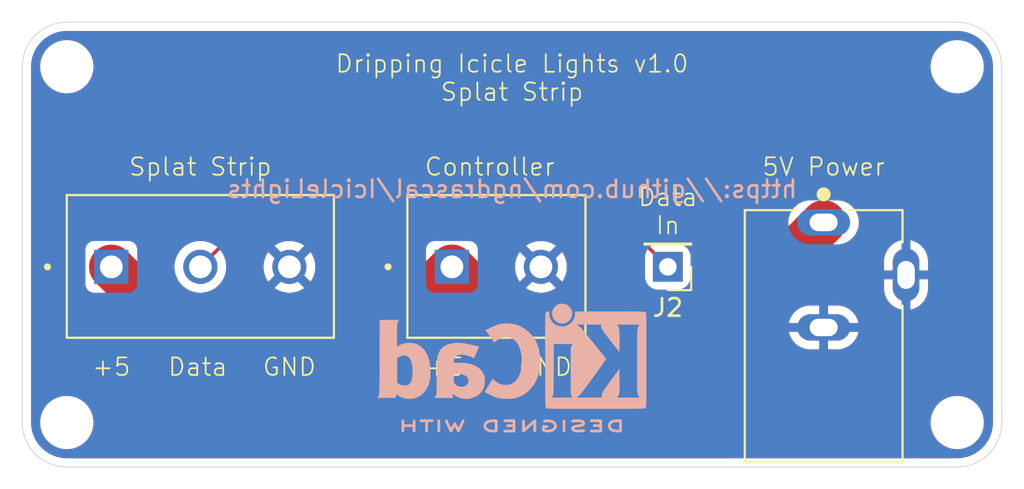
<source format=kicad_pcb>
(kicad_pcb (version 20240108) (generator "pcbnew") (generator_version "8.0")
  (layers (0 "F.Cu" signal) (31 "B.Cu" signal) (34 "B.Paste" user) (35 "F.Paste" user) (36 "B.SilkS" user "B.Silkscreen") (37 "F.SilkS" user "F.Silkscreen") (38 "B.Mask" user) (39 "F.Mask" user) (44 "Edge.Cuts" user))
  (net 0 "")
  (net 1 "/Data")
  (net 2 "+5V")
  (net 3 "GND")
  (footprint "" (layer "F.Cu") (at 127 111.76 90)
    (property "Reference" "" (at 0 0 90) (layer "F.SilkS") (effects (font (size 1.27 1.27))))
    (property "Value" "")
    (pad "" np_thru_hole circle (at 0 0 90) (size 2.5 2.5) (drill 2.54) (layers "F&B.Cu" "*.Mask"))
  )
  (footprint "MyTerminalBlock:CUI_PJ-102B" (layer "F.Cu") (at 170.18 106.83 -90)
    (property "Reference" "J1" (hide yes))
    (property "Value" "PJ-102B" (hide yes))
    (pad "1" thru_hole oval (at -6.5 0 270) (size 1.508 3.016) (drill oval 1 1.6) (layers "*.Cu" "*.Mask") (net 2 "+5V"))
    (pad "2" thru_hole oval (at -0.5 0 270) (size 1.508 3.016) (drill oval 1 1.6) (layers "*.Cu" "*.Mask") (net 3 "GND"))
    (pad "3" thru_hole oval (at -3.5 -4.7 270) (size 3.016 1.508) (drill oval 1.6 1) (layers "*.Cu" "*.Mask") (net 3 "GND"))
  )
  (footprint "MyTerminalBlock:PHOENIX - TERM BLK 3P SIDE ENT 5.08MM PCB" (layer "F.Cu") (at 127 106.92)
    (property "Reference" "J3" (hide yes))
    (property "Value" "Screw_Terminal_01x03" (hide yes))
    (pad "1" thru_hole rect (at 2.54 -4.05) (size 1.95 1.95) (drill 1.3) (layers "*.Cu" "*.Mask") (net 2 "+5V"))
    (pad "2" thru_hole circle (at 7.62 -4.05) (size 1.95 1.95) (drill 1.3) (layers "*.Cu" "*.Mask") (net 1 "/Data"))
    (pad "3" thru_hole circle (at 12.7 -4.05) (size 1.95 1.95) (drill 1.3) (layers "*.Cu" "*.Mask") (net 3 "GND"))
  )
  (footprint "" (layer "F.Cu") (at 127 91.44 90)
    (property "Reference" "" (at 0 0 90) (layer "F.SilkS") (effects (font (size 1.27 1.27))))
    (property "Value" "")
    (pad "" np_thru_hole circle (at 0 0 90) (size 2.5 2.5) (drill 2.54) (layers "F&B.Cu" "*.Mask"))
  )
  (footprint "Connector_PinHeader_2.54mm:PinHeader_1x01_P2.54mm_Vertical" (layer "F.Cu") (at 161.29 102.87 180)
    (property "Reference" "J2" (at 0 -2.33 180) (layer "F.SilkS"))
    (property "Value" "Conn_01x01_Pin")
    (pad "1" thru_hole rect (at 0 0 180) (size 1.7 1.7) (drill 1) (layers "*.Cu" "*.Mask") (net 1 "/Data"))
  )
  (footprint "" (layer "F.Cu") (at 177.8 111.76 90)
    (property "Reference" "" (at 0 0 90) (layer "F.SilkS") (effects (font (size 1.27 1.27))))
    (property "Value" "")
    (pad "" np_thru_hole circle (at 0 0 90) (size 2.5 2.5) (drill 2.54) (layers "F&B.Cu" "*.Mask"))
  )
  (footprint "MyTerminalBlock:PHOENIX - TERM BLK 2P SIDE ENT 5.08MM PCB" (layer "F.Cu") (at 146.43 106.92)
    (property "Reference" "J4" (hide yes))
    (property "Value" "Screw_Terminal_01x02" (hide yes))
    (pad "1" thru_hole rect (at 2.54 -4.05) (size 1.95 1.95) (drill 1.3) (layers "*.Cu" "*.Mask") (net 2 "+5V"))
    (pad "2" thru_hole circle (at 7.62 -4.05) (size 1.95 1.95) (drill 1.3) (layers "*.Cu" "*.Mask") (net 3 "GND"))
  )
  (footprint "" (layer "F.Cu") (at 177.8 91.44 90)
    (property "Reference" "" (at 0 0 90) (layer "F.SilkS") (effects (font (size 1.27 1.27))))
    (property "Value" "")
    (pad "" np_thru_hole circle (at 0 0 90) (size 2.5 2.5) (drill 2.54) (layers "F&B.Cu" "*.Mask"))
  )
  (footprint "Symbol:KiCad-Logo2_6mm_SilkScreen" (layer "B.Cu") (at 152.4 107.95 180)
    (property "Reference" "REF**" (hide yes))
    (property "Value" "KiCad-Logo2_6mm_SilkScreen" (hide yes))
  )
  (gr_arc (start 177.8 88.9) (mid 179.596051 89.643949) (end 180.34 91.44) (stroke (width 0.05)) (layer "Edge.Cuts"))
  (gr_line (start 127 88.9) (end 177.8 88.9) (stroke (width 0.05)) (layer "Edge.Cuts"))
  (gr_arc (start 124.46 91.44) (mid 125.203949 89.643949) (end 127 88.9) (stroke (width 0.05)) (layer "Edge.Cuts"))
  (gr_arc (start 180.34 111.76) (mid 179.596051 113.556051) (end 177.8 114.3) (stroke (width 0.05)) (layer "Edge.Cuts"))
  (gr_arc (start 127 114.3) (mid 125.203949 113.556051) (end 124.46 111.76) (stroke (width 0.05)) (layer "Edge.Cuts"))
  (gr_line (start 124.46 111.76) (end 124.46 91.44) (stroke (width 0.05)) (layer "Edge.Cuts"))
  (gr_line (start 180.34 91.44) (end 180.34 111.76) (stroke (width 0.05)) (layer "Edge.Cuts"))
  (gr_line (start 177.8 114.3) (end 127 114.3) (stroke (width 0.05)) (layer "Edge.Cuts"))
  (gr_text "https://github.com/ngdrascal/IcicleLights" (at 152.4 98.425 0) (layer "B.SilkS") (effects (font (size 1 1)) (justify mirror)))
  (gr_text "+5" (at 148.59 108.585 0) (layer "F.SilkS") (effects (font (size 1 1) (thickness 0.1))))
  (gr_text "Controller" (at 151.13 97.155 0) (layer "F.SilkS") (effects (font (size 1 1) (thickness 0.1))))
  (gr_text "Data" (at 132.715 108.585 0) (layer "F.SilkS") (effects (font (size 1 1) (thickness 0.1)) (justify left)))
  (gr_text "GND" (at 154.305 108.585 0) (layer "F.SilkS") (effects (font (size 1 1) (thickness 0.1))))
  (gr_text "5V Power" (at 170.18 97.155 0) (layer "F.SilkS") (effects (font (size 1 1) (thickness 0.1))))
  (gr_text "+5" (at 129.54 108.585 0) (layer "F.SilkS") (effects (font (size 1 1) (thickness 0.1))))
  (gr_text "GND" (at 139.7 108.585 0) (layer "F.SilkS") (effects (font (size 1 1) (thickness 0.1))))
  (gr_text "Dripping Icicle Lights v1.0\nSplat Strip" (at 152.4 92.075 0) (layer "F.SilkS") (effects (font (size 1 1) (thickness 0.1))))
  (gr_text "Data\nIn" (at 161.29 99.695 0) (layer "F.SilkS") (effects (font (size 1 1) (thickness 0.1))))
  (gr_text "Splat Strip" (at 134.62 97.155 0) (layer "F.SilkS") (effects (font (size 1 1) (thickness 0.1))))
  (segment (start 158.115 99.695) (end 137.795 99.695) (width 0.2) (layer "F.Cu") (net 1))
  (segment (start 137.795 99.695) (end 134.62 102.87) (width 0.2) (layer "F.Cu") (net 1))
  (segment (start 161.29 102.87) (end 158.115 99.695) (width 0.2) (layer "F.Cu") (net 1))
  (segment (start 145.16 106.68) (end 133.35 106.68) (width 2.54) (layer "F.Cu") (net 2))
  (segment (start 170.18 100.33) (end 170.815 99.695) (width 0.2) (layer "F.Cu") (net 2))
  (segment (start 148.97 102.87) (end 145.16 106.68) (width 2.54) (layer "F.Cu") (net 2))
  (segment (start 170.18 100.33) (end 163.83 106.68) (width 2.54) (layer "F.Cu") (net 2))
  (segment (start 163.83 106.68) (end 152.78 106.68) (width 2.54) (layer "F.Cu") (net 2))
  (segment (start 152.78 106.68) (end 148.97 102.87) (width 2.54) (layer "F.Cu") (net 2))
  (segment (start 133.35 106.68) (end 129.54 102.87) (width 2.54) (layer "F.Cu") (net 2))
  (zone (net 3) (net_name "GND") (layer "F.Cu") (connect_pads (clearance 0.5)) (min_thickness 0.25) (fill yes (thermal_gap 0.5) (thermal_bridge_width 0.5))
    (polygon (pts (xy 123.19 87.63) (xy 181.61 87.63) (xy 181.61 115.57) (xy 123.19 115.57)))
  )
  (zone (net 3) (net_name "GND") (layer "B.Cu") (connect_pads (clearance 0.5)) (min_thickness 0.25) (fill yes (thermal_gap 0.5) (thermal_bridge_width 0.5))
    (polygon (pts (xy 123.19 87.63) (xy 181.61 87.63) (xy 181.61 115.57) (xy 123.19 115.57)))
  )
)
</source>
